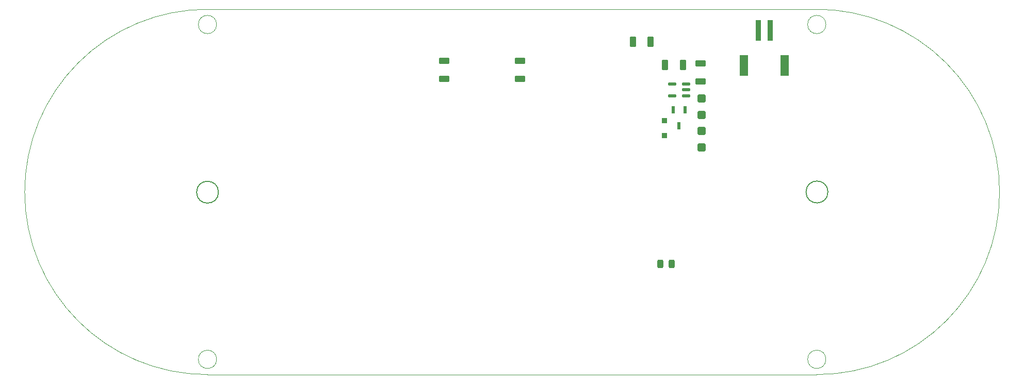
<source format=gbr>
%TF.GenerationSoftware,KiCad,Pcbnew,(6.0.7)*%
%TF.CreationDate,2022-08-17T15:13:11-05:00*%
%TF.ProjectId,Game_Cat_R3,47616d65-5f43-4617-945f-52332e6b6963,3.5*%
%TF.SameCoordinates,Original*%
%TF.FileFunction,Paste,Bot*%
%TF.FilePolarity,Positive*%
%FSLAX46Y46*%
G04 Gerber Fmt 4.6, Leading zero omitted, Abs format (unit mm)*
G04 Created by KiCad (PCBNEW (6.0.7)) date 2022-08-17 15:13:11*
%MOMM*%
%LPD*%
G01*
G04 APERTURE LIST*
G04 Aperture macros list*
%AMRoundRect*
0 Rectangle with rounded corners*
0 $1 Rounding radius*
0 $2 $3 $4 $5 $6 $7 $8 $9 X,Y pos of 4 corners*
0 Add a 4 corners polygon primitive as box body*
4,1,4,$2,$3,$4,$5,$6,$7,$8,$9,$2,$3,0*
0 Add four circle primitives for the rounded corners*
1,1,$1+$1,$2,$3*
1,1,$1+$1,$4,$5*
1,1,$1+$1,$6,$7*
1,1,$1+$1,$8,$9*
0 Add four rect primitives between the rounded corners*
20,1,$1+$1,$2,$3,$4,$5,0*
20,1,$1+$1,$4,$5,$6,$7,0*
20,1,$1+$1,$6,$7,$8,$9,0*
20,1,$1+$1,$8,$9,$2,$3,0*%
G04 Aperture macros list end*
%TA.AperFunction,Profile*%
%ADD10C,0.100000*%
%TD*%
%TA.AperFunction,Profile*%
%ADD11C,0.200000*%
%TD*%
%ADD12RoundRect,0.224600X0.312500X0.625000X-0.312500X0.625000X-0.312500X-0.625000X0.312500X-0.625000X0*%
%ADD13RoundRect,0.124600X0.512500X0.150000X-0.512500X0.150000X-0.512500X-0.150000X0.512500X-0.150000X0*%
%ADD14RoundRect,0.224600X-0.425000X0.450000X-0.425000X-0.450000X0.425000X-0.450000X0.425000X0.450000X0*%
%ADD15RoundRect,0.224600X0.625000X-0.312500X0.625000X0.312500X-0.625000X0.312500X-0.625000X-0.312500X0*%
%ADD16RoundRect,0.224600X0.425000X-0.450000X0.425000X0.450000X-0.425000X0.450000X-0.425000X-0.450000X0*%
%ADD17R,0.949200X0.949200*%
%ADD18RoundRect,0.224600X-0.250000X-0.475000X0.250000X-0.475000X0.250000X0.475000X-0.250000X0.475000X0*%
%ADD19R,0.599200X1.169200*%
%ADD20R,0.949200X3.449200*%
%ADD21R,1.449200X3.349200*%
G04 APERTURE END LIST*
D10*
X92730000Y-126550000D02*
G75*
G03*
X92730000Y-126550000I-1500000J0D01*
G01*
X192730000Y-71550000D02*
G75*
G03*
X192730000Y-71550000I-1500000J0D01*
G01*
X192730000Y-126550000D02*
G75*
G03*
X192730000Y-126550000I-1500000J0D01*
G01*
D11*
X93032851Y-99092749D02*
G75*
G03*
X93032851Y-99092749I-1796051J0D01*
G01*
X193058051Y-99060000D02*
G75*
G03*
X193058051Y-99060000I-1796051J0D01*
G01*
D10*
X61230000Y-99050000D02*
G75*
G03*
X91230000Y-129050000I30000000J0D01*
G01*
X91230000Y-69050000D02*
G75*
G03*
X61230000Y-99050000I0J-30000000D01*
G01*
X191230000Y-129050000D02*
X91230000Y-129050000D01*
X221230000Y-99050000D02*
G75*
G03*
X191230000Y-69050000I-30000000J0D01*
G01*
X91230000Y-69050000D02*
X191230000Y-69050000D01*
X92730000Y-71550000D02*
G75*
G03*
X92730000Y-71550000I-1500000J0D01*
G01*
X191230000Y-129050000D02*
G75*
G03*
X221230000Y-99050000I0J30000000D01*
G01*
D12*
%TO.C,R41*%
X163961000Y-74422000D03*
X161036000Y-74422000D03*
%TD*%
D13*
%TO.C,U9*%
X169772711Y-81339512D03*
X169772711Y-82289512D03*
X169772711Y-83239512D03*
X167497711Y-83239512D03*
X167497711Y-81339512D03*
%TD*%
D14*
%TO.C,C21*%
X172300000Y-89000000D03*
X172300000Y-91700000D03*
%TD*%
D15*
%TO.C,R42*%
X130048000Y-80456500D03*
X130048000Y-77531500D03*
%TD*%
D12*
%TO.C,R40*%
X169268715Y-78164520D03*
X166343715Y-78164520D03*
%TD*%
D16*
%TO.C,C20*%
X172312714Y-86396660D03*
X172312714Y-83696660D03*
%TD*%
D15*
%TO.C,R43*%
X142494000Y-80456500D03*
X142494000Y-77531500D03*
%TD*%
D17*
%TO.C,D6*%
X166216711Y-89828512D03*
X166216711Y-87328512D03*
%TD*%
D15*
%TO.C,R39*%
X172185714Y-80897021D03*
X172185714Y-77972021D03*
%TD*%
D18*
%TO.C,C26*%
X165547000Y-110871000D03*
X167447000Y-110871000D03*
%TD*%
D19*
%TO.C,Q8*%
X167679713Y-85576241D03*
X169579713Y-85576241D03*
X168629713Y-88196241D03*
%TD*%
D20*
%TO.C,BT1*%
X183626000Y-72517000D03*
X181626000Y-72517000D03*
D21*
X185976000Y-78267000D03*
X179276000Y-78267000D03*
%TD*%
M02*

</source>
